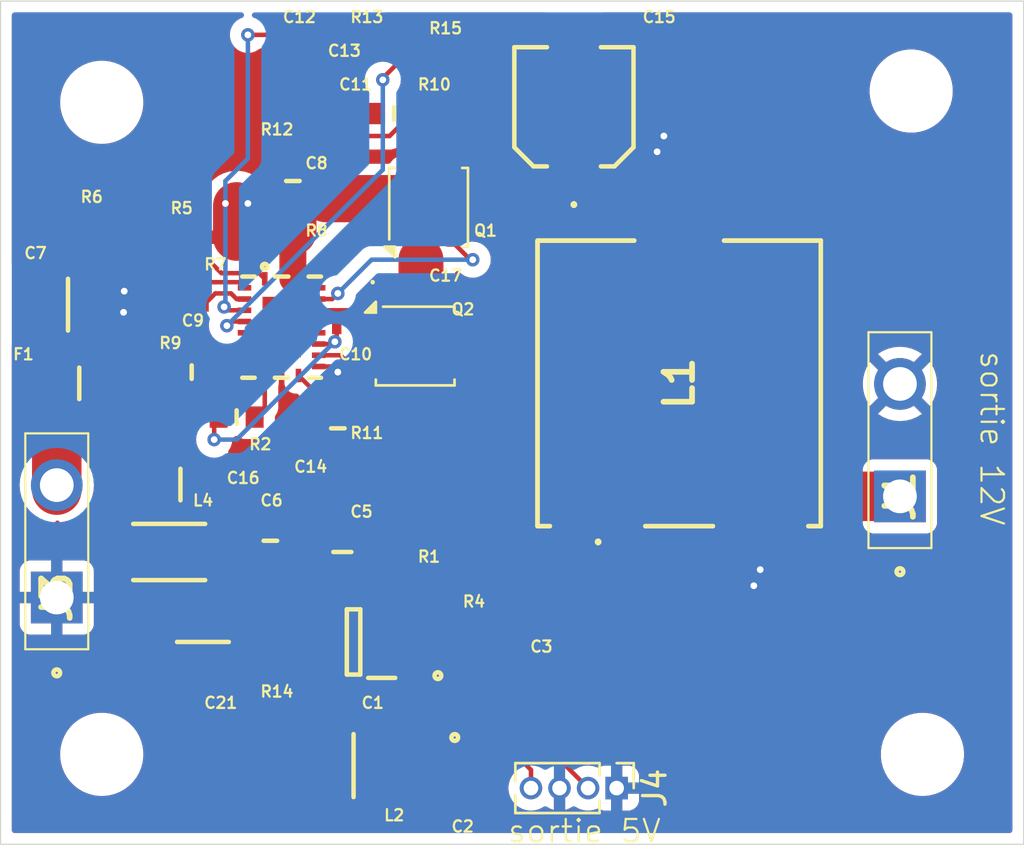
<source format=kicad_pcb>
(kicad_pcb (version 20240108) (generator "pcbnew") (generator_version "8.0")
  (layers (0 "F.Cu" signal) (1 "In1.Cu" signal) (2 "In2.Cu" signal) (31 "B.Cu" signal) (34 "B.Paste" user) (35 "F.Paste" user) (36 "B.SilkS" user "B.Silkscreen") (37 "F.SilkS" user "F.Silkscreen") (38 "B.Mask" user) (39 "F.Mask" user) (44 "Edge.Cuts" user))
  (net 0 "")
  (net 1 "Net-(IC3-EN)")
  (net 2 "GND")
  (net 3 "Net-(IC3-CB)")
  (net 4 "Net-(IC3-SW)")
  (net 5 "Net-(IC3-FB)")
  (net 6 "Net-(IC2-SW)")
  (net 7 "Net-(IC2-HO)")
  (net 8 "Net-(IC2-VIN)")
  (net 9 "Net-(IC2-LO)")
  (net 10 "Net-(IC2-VCC)")
  (net 11 "Net-(IC2-SYNCIN)")
  (net 12 "Net-(IC2-PGOOD)")
  (net 13 "Net-(IC2-BST)")
  (net 14 "Net-(C12-Pad2)")
  (net 15 "Net-(IC2-ILIM)")
  (net 16 "Net-(C11-Pad1)")
  (net 17 "Net-(C21-Pad1)")
  (net 20 "Net-(IC2-RT)")
  (net 21 "Net-(IC2-EN{slash}UVLO)")
  (net 23 "Net-(IC2-SS{slash}TRK)")
  (net 24 "Net-(IC2-COMP)")
  (net 25 "Net-(IC2-FB)")
  (net 26 "Net-(C15-+)")
  (net 28 "Net-(C16-Pad1)")
  (net 29 "Net-(J4-Pin_2)")
  (net 30 "Net-(F1-Pad1)")
  (footprint "converter:SOT95P280X145-6N" (layer "F.Cu") (at 179.7 102.5 180)
    (property "Reference" "IC3" (hide yes))
    (property "Value" "LMR50410YQDBVRQ1" (hide yes))
    (pad "1" smd rect (at -1.25 -0.95 270) (size 0.6 1.2) (layers "F.Cu" "F.Paste" "F.Mask") (net 3 "Net-(IC3-CB)"))
    (pad "2" smd rect (at -1.25 0 270) (size 0.6 1.2) (layers "F.Cu" "F.Paste" "F.Mask") (net 2 "GND"))
    (pad "3" smd rect (at -1.25 0.95 270) (size 0.6 1.2) (layers "F.Cu" "F.Paste" "F.Mask") (net 5 "Net-(IC3-FB)"))
    (pad "4" smd rect (at 1.25 0.95 270) (size 0.6 1.2) (layers "F.Cu" "F.Paste" "F.Mask") (net 1 "Net-(IC3-EN)"))
    (pad "5" smd rect (at 1.25 0 270) (size 0.6 1.2) (layers "F.Cu" "F.Paste" "F.Mask") (net 1 "Net-(IC3-EN)"))
    (pad "6" smd rect (at 1.25 -0.95 270) (size 0.6 1.2) (layers "F.Cu" "F.Paste" "F.Mask") (net 4 "Net-(IC3-SW)"))
  )
  (footprint "12V Power Board composants:RESC1608X50N" (layer "F.Cu") (at 170 83.5 180)
    (property "Reference" "R6" (hide yes))
    (property "Value" "CRCW06038K25FKEA" (hide yes))
    (pad "1" smd rect (at -0.75 0 180) (size 0.85 1) (layers "F.Cu" "F.Paste" "F.Mask") (net 21 "Net-(IC2-EN{slash}UVLO)"))
    (pad "2" smd rect (at 0.75 0 180) (size 0.85 1) (layers "F.Cu" "F.Paste" "F.Mask") (net 2 "GND"))
  )
  (footprint "12V Power Board composants:RESC1005X40N" (layer "F.Cu") (at 182.2 100)
    (property "Reference" "R1" (hide yes))
    (property "Value" "CRCW040222K1FKED" (hide yes))
    (pad "1" smd rect (at -0.55 0 90) (size 0.6 0.75) (layers "F.Cu" "F.Paste" "F.Mask") (net 5 "Net-(IC3-FB)"))
    (pad "2" smd rect (at 0.55 0 90) (size 0.6 0.75) (layers "F.Cu" "F.Paste" "F.Mask") (net 2 "GND"))
  )
  (footprint "12V Power Board composants:RESC1608X55N" (layer "F.Cu") (at 174.5 92.5)
    (property "Reference" "R2" (hide yes))
    (property "Value" "RC0603FR-0720KL" (hide yes))
    (pad "1" smd rect (at -0.8 0) (size 0.8 0.95) (layers "F.Cu" "F.Paste" "F.Mask") (net 10 "Net-(IC2-VCC)"))
    (pad "2" smd rect (at 0.8 0) (size 0.8 0.95) (layers "F.Cu" "F.Paste" "F.Mask") (net 12 "Net-(IC2-PGOOD)"))
  )
  (footprint "12V Power Board composants:RESC1005X40N" (layer "F.Cu") (at 178.3 80 180)
    (property "Reference" "R12" (hide yes))
    (property "Value" "CRCW04022K49FKED" (hide yes))
    (pad "1" smd rect (at -0.55 0 270) (size 0.6 0.75) (layers "F.Cu" "F.Paste" "F.Mask") (net 26 "Net-(C15-+)"))
    (pad "2" smd rect (at 0.55 0 270) (size 0.6 0.75) (layers "F.Cu" "F.Paste" "F.Mask") (net 16 "Net-(C11-Pad1)"))
  )
  (footprint "12V Power Board composants:RESC1005X40N" (layer "F.Cu") (at 183.2 101.5 180)
    (property "Reference" "R4" (hide yes))
    (property "Value" "CRCW040288K7FKED" (hide yes))
    (pad "1" smd rect (at -0.55 0 270) (size 0.6 0.75) (layers "F.Cu" "F.Paste" "F.Mask") (net 29 "Net-(J4-Pin_2)"))
    (pad "2" smd rect (at 0.55 0 270) (size 0.6 0.75) (layers "F.Cu" "F.Paste" "F.Mask") (net 5 "Net-(IC3-FB)"))
  )
  (footprint "12V Power Board composants:RESC1005X40N" (layer "F.Cu") (at 181.05 92)
    (property "Reference" "R11" (hide yes))
    (property "Value" "CRCW04021K24FKED" (hide yes))
    (pad "1" smd rect (at -0.55 0 90) (size 0.6 0.75) (layers "F.Cu" "F.Paste" "F.Mask") (net 15 "Net-(IC2-ILIM)"))
    (pad "2" smd rect (at 0.55 0 90) (size 0.6 0.75) (layers "F.Cu" "F.Paste" "F.Mask") (net 6 "Net-(IC2-SW)"))
  )
  (footprint "12V Power Board composants:CAPC1608X80N" (layer "F.Cu") (at 176 98 90)
    (property "Reference" "C6" (hide yes))
    (property "Value" "C1608X5R1E106M080AC" (hide yes))
    (pad "1" smd rect (at -0.8 0 90) (size 0.54 0.94) (layers "F.Cu" "F.Paste" "F.Mask") (net 1 "Net-(IC3-EN)"))
    (pad "2" smd rect (at 0.8 0 90) (size 0.54 0.94) (layers "F.Cu" "F.Paste" "F.Mask") (net 2 "GND"))
  )
  (footprint "MountingHole:MountingHole_3.2mm_M3" (layer "F.Cu") (at 168.5 107.5)
    (property "Reference" "H3" (hide yes))
    (property "Value" "MountingHole" (hide yes))
    (pad "" np_thru_hole circle (at 0 0) (size 3.2 3.2) (drill 3.2) (layers "*.Cu" "*.Mask"))
  )
  (footprint "12V Power Board composants:FUSC3216X117N" (layer "F.Cu") (at 167.5 91)
    (property "Reference" "F1" (hide yes))
    (property "Value" "SF-1206HH12M-2" (hide yes))
    (pad "1" smd rect (at -1.47 0) (size 1.17 1.82) (layers "F.Cu" "F.Paste" "F.Mask") (net 30 "Net-(F1-Pad1)"))
    (pad "2" smd rect (at 1.47 0) (size 1.17 1.82) (layers "F.Cu" "F.Paste" "F.Mask") (net 28 "Net-(C16-Pad1)"))
  )
  (footprint "12V Power Board composants:1933189" (layer "F.Cu") (at 166.5 100.525 90)
    (property "Reference" "J3" (at 0 0 90) (layer "F.SilkS") (effects (font (size 1.27 1.27) (thickness 0.254))))
    (property "Value" "1933189" (hide yes))
    (pad "1" thru_hole rect (at 0 0 90) (size 2.3 2.3) (drill 1.5) (layers "*.Cu" "*.Mask") (net 2 "GND"))
    (pad "2" thru_hole circle (at 5 0 90) (size 2.3 2.3) (drill 1.5) (layers "*.Cu" "*.Mask") (net 30 "Net-(F1-Pad1)"))
  )
  (footprint "12V Power Board composants:CAPC1005X55N" (layer "F.Cu") (at 178.7 105)
    (property "Reference" "C1" (hide yes))
    (property "Value" "GRM155R71C104KA88D" (hide yes))
    (pad "1" smd rect (at -0.55 0) (size 0.42 0.62) (layers "F.Cu" "F.Paste" "F.Mask") (net 4 "Net-(IC3-SW)"))
    (pad "2" smd rect (at 0.55 0) (size 0.42 0.62) (layers "F.Cu" "F.Paste" "F.Mask") (net 3 "Net-(IC3-CB)"))
  )
  (footprint "12V Power Board composants:CAPC1005X55N" (layer "F.Cu") (at 178.45 77)
    (property "Reference" "C13" (hide yes))
    (property "Value" "CGA2B2X7R1H681K050BA" (hide yes))
    (pad "1" smd rect (at -0.55 0) (size 0.42 0.62) (layers "F.Cu" "F.Paste" "F.Mask") (net 24 "Net-(IC2-COMP)"))
    (pad "2" smd rect (at 0.55 0) (size 0.42 0.62) (layers "F.Cu" "F.Paste" "F.Mask") (net 25 "Net-(IC2-FB)"))
  )
  (footprint "12V Power Board composants:CAPC3216X180N" (layer "F.Cu") (at 172 95.5)
    (property "Reference" "C16" (hide yes))
    (property "Value" "GRM31CR71H475KA12L" (hide yes))
    (pad "1" smd rect (at -1.38 0) (size 1.07 1.82) (layers "F.Cu" "F.Paste" "F.Mask") (net 28 "Net-(C16-Pad1)"))
    (pad "2" smd rect (at 1.38 0) (size 1.07 1.82) (layers "F.Cu" "F.Paste" "F.Mask") (net 2 "GND"))
  )
  (footprint "12V Power Board composants:RESC1005X40N" (layer "F.Cu") (at 179.975 75.5)
    (property "Reference" "R13" (hide yes))
    (property "Value" "CRCW04022K37FKED" (hide yes))
    (pad "1" smd rect (at -0.55 0 90) (size 0.6 0.75) (layers "F.Cu" "F.Paste" "F.Mask") (net 14 "Net-(C12-Pad2)"))
    (pad "2" smd rect (at 0.55 0 90) (size 0.6 0.75) (layers "F.Cu" "F.Paste" "F.Mask") (net 25 "Net-(IC2-FB)"))
  )
  (footprint "12V Power Board composants:INDC3030X200N" (layer "F.Cu") (at 179.7 108)
    (property "Reference" "L2" (hide yes))
    (property "Value" "74438336047" (hide yes))
    (pad "1" smd rect (at -1.1 0) (size 1.75 3.2) (layers "F.Cu" "F.Paste" "F.Mask") (net 4 "Net-(IC3-SW)"))
    (pad "2" smd rect (at 1.1 0) (size 1.75 3.2) (layers "F.Cu" "F.Paste" "F.Mask") (net 29 "Net-(J4-Pin_2)"))
  )
  (footprint "12V Power Board composants:1933189" (layer "F.Cu") (at 204 96.025 90)
    (property "Reference" "J1" (at 0 0 90) (layer "F.SilkS") (effects (font (size 1.27 1.27) (thickness 0.254))))
    (property "Value" "1933189" (hide yes))
    (pad "1" thru_hole rect (at 0 0 90) (size 2.3 2.3) (drill 1.5) (layers "*.Cu" "*.Mask") (net 26 "Net-(C15-+)"))
    (pad "2" thru_hole circle (at 5 0 90) (size 2.3 2.3) (drill 1.5) (layers "*.Cu" "*.Mask") (net 2 "GND"))
  )
  (footprint "12V Power Board composants:CAPC3225X200N" (layer "F.Cu") (at 173 102.5 90)
    (property "Reference" "C21" (hide yes))
    (property "Value" "C3225X7S2A475M200AB" (hide yes))
    (pad "1" smd rect (at -1.6 0 90) (size 0.81 2.82) (layers "F.Cu" "F.Paste" "F.Mask") (net 17 "Net-(C21-Pad1)"))
    (pad "2" smd rect (at 1.6 0 90) (size 0.81 2.82) (layers "F.Cu" "F.Paste" "F.Mask") (net 2 "GND"))
  )
  (footprint "12V Power Board composants:CAPC1005X55N" (layer "F.Cu") (at 179.5 88.5)
    (property "Reference" "C10" (hide yes))
    (property "Value" "C1005X5R1V225K050BC" (hide yes))
    (pad "1" smd rect (at -0.55 0) (size 0.42 0.62) (layers "F.Cu" "F.Paste" "F.Mask") (net 10 "Net-(IC2-VCC)"))
    (pad "2" smd rect (at 0.55 0) (size 0.42 0.62) (layers "F.Cu" "F.Paste" "F.Mask") (net 2 "GND"))
  )
  (footprint "12V Power Board composants:CAPC1608X90N" (layer "F.Cu") (at 177 82 90)
    (property "Reference" "C8" (hide yes))
    (property "Value" "CGA3E2X7R1H104K080AA" (hide yes))
    (pad "1" smd rect (at -0.8 0 90) (size 0.54 0.94) (layers "F.Cu" "F.Paste" "F.Mask") (net 8 "Net-(IC2-VIN)"))
    (pad "2" smd rect (at 0.8 0 90) (size 0.54 0.94) (layers "F.Cu" "F.Paste" "F.Mask") (net 2 "GND"))
  )
  (footprint "12V Power Board composants:RESC1608X55N" (layer "F.Cu") (at 172.5 90.5 180)
    (property "Reference" "R9" (hide yes))
    (property "Value" "RC0603FR-0720KL" (hide yes))
    (pad "1" smd rect (at -0.8 0 180) (size 0.8 0.95) (layers "F.Cu" "F.Paste" "F.Mask") (net 11 "Net-(IC2-SYNCIN)"))
    (pad "2" smd rect (at 0.8 0 180) (size 0.8 0.95) (layers "F.Cu" "F.Paste" "F.Mask") (net 10 "Net-(IC2-VCC)"))
  )
  (footprint "12V Power Board composants:C0805" (layer "F.Cu") (at 184.2 108.5 -90)
    (property "Reference" "C2" (hide yes))
    (property "Value" "C0805C106K8PACTU" (hide yes))
    (pad "1" smd rect (at -0.9 0 270) (size 1.15 1.45) (layers "F.Cu" "F.Paste" "F.Mask") (net 29 "Net-(J4-Pin_2)"))
    (pad "2" smd rect (at 0.9 0 270) (size 1.15 1.45) (layers "F.Cu" "F.Paste" "F.Mask") (net 2 "GND"))
  )
  (footprint "12V Power Board composants:INDPM3225X240N" (layer "F.Cu") (at 171.5 98.5)
    (property "Reference" "L4" (hide yes))
    (property "Value" "NLCV32T-R33M-EFRD" (hide yes))
    (pad "1" smd rect (at -1.5 0) (size 1.4 1.95) (layers "F.Cu" "F.Paste" "F.Mask") (net 28 "Net-(C16-Pad1)"))
    (pad "2" smd rect (at 1.5 0) (size 1.4 1.95) (layers "F.Cu" "F.Paste" "F.Mask") (net 1 "Net-(IC3-EN)"))
  )
  (footprint "MountingHole:MountingHole_3.2mm_M3" (layer "F.Cu") (at 204.5 78)
    (property "Reference" "H2" (hide yes))
    (property "Value" "MountingHole" (hide yes))
    (pad "" np_thru_hole circle (at 0 0) (size 3.2 3.2) (drill 3.2) (layers "*.Cu" "*.Mask"))
  )
  (footprint "Package_SON:VSON-8_3.3x3.3mm_P0.65mm_NexFET" (layer "F.Cu") (at 182.44 89.33)
    (property "Reference" "Q2" (hide yes))
    (property "Value" "CSD17577Q3A" (hide yes))
    (pad "1" smd roundrect (at -1.44 -0.97) (size 0.63 0.5) (layers "F.Cu" "F.Paste" "F.Mask") (net 2 "GND"))
    (pad "2" smd roundrect (at -1.44 -0.33) (size 0.63 0.5) (layers "F.Cu" "F.Paste" "F.Mask") (net 2 "GND"))
    (pad "3" smd roundrect (at -1.44 0.33) (size 0.63 0.5) (layers "F.Cu" "F.Paste" "F.Mask") (net 2 "GND"))
    (pad "4" smd roundrect (at -1.44 0.97) (size 0.63 0.5) (layers "F.Cu" "F.Paste" "F.Mask") (net 9 "Net-(IC2-LO)"))
    (pad "5" smd custom (at 0.385 0) (size 1.9 2.45) (layers "F.Cu" "F.Mask") (net 6 "Net-(IC2-SW)") (options (clearance outline) (anchor rect)) (primitives (gr_poly (pts (xy 1.371 -0.72) (xy 0.95 -0.72) (xy 0.95 -0.58) (xy 1.37 -0.58) (xy 1.37 -0.08) (xy 0.95 -0.08) (xy 0.95 0.08) (xy 1.37 0.08) (xy 1.37 0.58) (xy 0.95 0.58) (xy 0.95 0.72) (xy 1.37 0.72) (xy 1.37 1.225) (xy -0.95 1.225) (xy -0.95 -1.225) (xy 1.371 -1.225)) (width 0) (fill yes))))
  )
  (footprint "12V Power Board composants:C0805" (layer "F.Cu") (at 185.2 104)
    (property "Reference" "C3" (hide yes))
    (property "Value" "C0805C106K8PACTU" (hide yes))
    (pad "1" smd rect (at -0.9 0) (size 1.15 1.45) (layers "F.Cu" "F.Paste" "F.Mask") (net 29 "Net-(J4-Pin_2)"))
    (pad "2" smd rect (at 0.9 0) (size 1.15 1.45) (layers "F.Cu" "F.Paste" "F.Mask") (net 2 "GND"))
  )
  (footprint "12V Power Board composants:16SVF82M" (layer "F.Cu") (at 189.5 78.7 90)
    (property "Reference" "C15" (hide yes))
    (property "Value" "20SVPF56MX" (hide yes))
    (pad "1" smd rect (at -2.2 0 180) (size 1.6 3) (layers "F.Cu" "F.Paste" "F.Mask") (net 26 "Net-(C15-+)"))
    (pad "2" smd rect (at 2.2 0 180) (size 1.6 3) (layers "F.Cu" "F.Paste" "F.Mask") (net 2 "GND"))
  )
  (footprint "12V Power Board composants:RESC1005X40N" (layer "F.Cu") (at 173 84.5 180)
    (property "Reference" "R5" (hide yes))
    (property "Value" "CRCW040269K8FKED" (hide yes))
    (pad "1" smd rect (at -0.55 0 270) (size 0.6 0.75) (layers "F.Cu" "F.Paste" "F.Mask") (net 28 "Net-(C16-Pad1)"))
    (pad "2" smd rect (at 0.55 0 270) (size 0.6 0.75) (layers "F.Cu" "F.Paste" "F.Mask") (net 21 "Net-(IC2-EN{slash}UVLO)"))
  )
  (footprint "12V Power Board composants:GCM155" (layer "F.Cu") (at 181.5 86.5)
    (property "Reference" "C17" (hide yes))
    (property "Value" "GCM1555C1H100FA16D" (hide yes))
    (pad "1" smd rect (at -0.475 0) (size 0.45 0.6) (layers "F.Cu" "F.Paste" "F.Mask") (net 13 "Net-(IC2-BST)"))
    (pad "2" smd rect (at 0.475 0) (size 0.45 0.6) (layers "F.Cu" "F.Paste" "F.Mask") (net 6 "Net-(IC2-SW)"))
  )
  (footprint "Connector_PinHeader_1.27mm:PinHeader_1x04_P1.27mm_Vertical" (layer "F.Cu") (at 191.4 109 -90)
    (property "Reference" "J4" (at 0 -1.695 90) (layer "F.SilkS"))
    (property "Value" "Conn_01x04_Pin" (hide yes))
    (pad "1" thru_hole rect (at 0 0 270) (size 1 1) (drill 0.65) (layers "*.Cu" "*.Mask") (net 2 "GND"))
    (pad "2" thru_hole oval (at 0 1.27 270) (size 1 1) (drill 0.65) (layers "*.Cu" "*.Mask") (net 29 "Net-(J4-Pin_2)"))
    (pad "3" thru_hole oval (at 0 2.54 270) (size 1 1) (drill 0.65) (layers "*.Cu" "*.Mask") (net 2 "GND"))
    (pad "4" thru_hole oval (at 0 3.81 270) (size 1 1) (drill 0.65) (layers "*.Cu" "*.Mask") (net 29 "Net-(J4-Pin_2)"))
  )
  (footprint "12V Power Board composants:GRM18x" (layer "F.Cu") (at 179.2 98.5 90)
    (property "Reference" "C5" (hide yes))
    (property "Value" "GRM188R72A104KA35J" (hide yes))
    (pad "1" smd rect (at -0.675 0 90) (size 0.65 0.7) (layers "F.Cu" "F.Paste" "F.Mask") (net 1 "Net-(IC3-EN)"))
    (pad "2" smd rect (at 0.675 0 90) (size 0.65 0.7) (layers "F.Cu" "F.Paste" "F.Mask") (net 2 "GND"))
  )
  (footprint "12V Power Board composants:RGY0020B" (layer "F.Cu") (at 176.5 88.5)
    (property "Reference" "IC2" (hide yes))
    (property "Value" "LM25145RGYR" (hide yes))
    (pad "1" smd rect (at -0.75 -2.15) (size 0.25 0.6) (layers "F.Cu" "F.Paste" "F.Mask") (net 21 "Net-(IC2-EN{slash}UVLO)"))
    (pad "2" smd rect (at -1.65 -1.75 90) (size 0.25 0.6) (layers "F.Cu" "F.Paste" "F.Mask") (net 20 "Net-(IC2-RT)"))
    (pad "3" smd rect (at -1.65 -1.25 90) (size 0.25 0.6) (layers "F.Cu" "F.Paste" "F.Mask") (net 23 "Net-(IC2-SS{slash}TRK)"))
    (pad "4" smd rect (at -1.65 -0.75 90) (size 0.25 0.6) (layers "F.Cu" "F.Paste" "F.Mask") (net 24 "Net-(IC2-COMP)"))
    (pad "5" smd rect (at -1.65 -0.25 90) (size 0.25 0.6) (layers "F.Cu" "F.Paste" "F.Mask") (net 25 "Net-(IC2-FB)"))
    (pad "6" smd rect (at -1.65 0.25 90) (size 0.25 0.6) (layers "F.Cu" "F.Paste" "F.Mask") (net 2 "GND"))
    (pad "7" smd rect (at -1.65 0.75 90) (size 0.25 0.6) (layers "F.Cu" "F.Paste" "F.Mask"))
    (pad "8" smd rect (at -1.65 1.25 90) (size 0.25 0.6) (layers "F.Cu" "F.Paste" "F.Mask") (net 11 "Net-(IC2-SYNCIN)"))
    (pad "9" smd rect (at -1.65 1.75 90) (size 0.25 0.6) (layers "F.Cu" "F.Paste" "F.Mask"))
    (pad "10" smd rect (at -0.75 2.15) (size 0.25 0.6) (layers "F.Cu" "F.Paste" "F.Mask") (net 12 "Net-(IC2-PGOOD)"))
    (pad "11" smd rect (at 0.75 2.15) (size 0.25 0.6) (layers "F.Cu" "F.Paste" "F.Mask") (net 15 "Net-(IC2-ILIM)"))
    (pad "12" smd rect (at 1.65 1.75 90) (size 0.25 0.6) (layers "F.Cu" "F.Paste" "F.Mask") (net 2 "GND"))
    (pad "13" smd rect (at 1.65 1.25 90) (size 0.25 0.6) (layers "F.Cu" "F.Paste" "F.Mask") (net 9 "Net-(IC2-LO)"))
    (pad "14" smd rect (at 1.65 0.75 90) (size 0.25 0.6) (layers "F.Cu" "F.Paste" "F.Mask") (net 10 "Net-(IC2-VCC)"))
    (pad "15" smd rect (at 1.65 0.25 90) (size 0.25 0.6) (layers "F.Cu" "F.Paste" "F.Mask") (net 2 "GND"))
    (pad "16" smd rect (at 1.65 -0.25 90) (size 0.25 0.6) (layers "F.Cu" "F.Paste" "F.Mask"))
    (pad "17" smd rect (at 1.65 -0.75 90) (size 0.25 0.6) (layers "F.Cu" "F.Paste" "F.Mask") (net 13 "Net-(IC2-BST)"))
    (pad "18" smd rect (at 1.65 -1.25 90) (size 0.25 0.6) (layers "F.Cu" "F.Paste" "F.Mask") (net 7 "Net-(IC2-HO)"))
    (pad "19" smd rect (at 1.65 -1.75 90) (size 0.25 0.6) (layers "F.Cu" "F.Paste" "F.Mask") (net 6 "Net-(IC2-SW)"))
    (pad "20" smd rect (at 0.75 -2.15) (size 0.25 0.6) (layers "F.Cu" "F.Paste" "F.Mask") (net 8 "Net-(IC2-VIN)"))
    (pad "21" smd rect (at 0 0) (size 1.7 2.7) (layers "F.Cu" "F.Paste" "F.Mask") (net 2 "GND"))
  )
  (footprint "12V Power Board composants:CAPC3225X270N" (layer "F.Cu") (at 167 87.5 180)
    (property "Reference" "C7" (hide yes))
    (property "Value" "GRM32ER71H475KA88L" (hide yes))
    (pad "1" smd rect (at -1.33 0 180) (size 1.26 2.72) (layers "F.Cu" "F.Paste" "F.Mask") (net 28 "Net-(C16-Pad1)"))
    (pad "2" smd rect (at 1.33 0 180) (size 1.26 2.72) (layers "F.Cu" "F.Paste" "F.Mask") (net 2 "GND"))
  )
  (footprint "12V Power Board composants:RESC1005X40N" (layer "F.Cu") (at 176.2 103 -90)
    (property "Reference" "R14" (hide yes))
    (property "Value" "CRCW04021R00FKED" (hide yes))
    (pad "1" smd rect (at -0.55 0) (size 0.6 0.75) (layers "F.Cu" "F.Paste" "F.Mask") (net 1 "Net-(IC3-EN)"))
    (pad "2" smd rect (at 0.55 0) (size 0.6 0.75) (layers "F.Cu" "F.Paste" "F.Mask") (net 17 "Net-(C21-Pad1)"))
  )
  (footprint "12V Power Board composants:CAPC1005X55N" (layer "F.Cu") (at 178.3 78.5)
    (property "Reference" "C11" (hide yes))
    (property "Value" "CGA2B2X7R1H681K050BA" (hide yes))
    (pad "1" smd rect (at -0.55 0) (size 0.42 0.62) (layers "F.Cu" "F.Paste" "F.Mask") (net 16 "Net-(C11-Pad1)"))
    (pad "2" smd rect (at 0.55 0) (size 0.42 0.62) (layers "F.Cu" "F.Paste" "F.Mask") (net 25 "Net-(IC2-FB)"))
  )
  (footprint "12V Power Board composants:RESC1608X55N" (layer "F.Cu") (at 181.5 79 180)
    (property "Reference" "R10" (hide yes))
    (property "Value" "RC0603FR-0718KL" (hide yes))
    (pad "1" smd rect (at -0.8 0 180) (size 0.8 0.95) (layers "F.Cu" "F.Paste" "F.Mask") (net 26 "Net-(C15-+)"))
    (pad "2" smd rect (at 0.8 0 180) (size 0.8 0.95) (layers "F.Cu" "F.Paste" "F.Mask") (net 25 "Net-(IC2-FB)"))
  )
  (footprint "12V Power Board composants:CAPC1005X55N" (layer "F.Cu") (at 172.5 87.5 180)
    (property "Reference" "C9" (hide yes))
    (property "Value" "GRM155R71C563KA88D" (hide yes))
    (pad "1" smd rect (at -0.55 0 180) (size 0.42 0.62) (layers "F.Cu" "F.Paste" "F.Mask") (net 23 "Net-(IC2-SS{slash}TRK)"))
    (pad "2" smd rect (at 0.55 0 180) (size 0.42 0.62) (layers "F.Cu" "F.Paste" "F.Mask") (net 2 "GND"))
  )
  (footprint "12V Power Board composants:RESC1005X40N" (layer "F.Cu") (at 171.5 86 180)
    (property "Reference" "R7" (hide yes))
    (property "Value" "CRCW040239K2FKED" (hide yes))
    (pad "1" smd rect (at -0.55 0 270) (size 0.6 0.75) (layers "F.Cu" "F.Paste" "F.Mask") (net 20 "Net-(IC2-RT)"))
    (pad "2" smd rect (at 0.55 0 270) (size 0.6 0.75) (layers "F.Cu" "F.Paste" "F.Mask") (net 2 "GND"))
  )
  (footprint "12V Power Board composants:RESC1608X50N" (layer "F.Cu") (at 176 84.5)
    (property "Reference" "R8" (hide yes))
    (property "Value" "CRCW06032R10FKEA" (hide yes))
    (pad "1" smd rect (at -0.75 0) (size 0.85 1) (layers "F.Cu" "F.Paste" "F.Mask") (net 28 "Net-(C16-Pad1)"))
    (pad "2" smd rect (at 0.75 0) (size 0.85 1) (layers "F.Cu" "F.Paste" "F.Mask") (net 8 "Net-(IC2-VIN)"))
  )
  (footprint "MountingHole:MountingHole_3.2mm_M3" (layer "F.Cu") (at 168.5 78.5)
    (property "Reference" "H1" (hide yes))
    (property "Value" "MountingHole" (hide yes))
    (pad "" np_thru_hole circle (at 0 0) (size 3.2 3.2) (drill 3.2) (layers "*.Cu" "*.Mask"))
  )
  (footprint "12V Power Board composants:RESC1005X40N" (layer "F.Cu") (at 182.975 76)
    (property "Reference" "R15" (hide yes))
    (property "Value" "CRCW04021K27FKED" (hide yes))
    (pad "1" smd rect (at -0.55 0 90) (size 0.6 0.75) (layers "F.Cu" "F.Paste" "F.Mask") (net 25 "Net-(IC2-FB)"))
    (pad "2" smd rect (at 0.55 0 90) (size 0.6 0.75) (layers "F.Cu" "F.Paste" "F.Mask") (net 2 "GND"))
  )
  (footprint "Package_SON:VSON-8_3.3x3.3mm_P0.65mm_NexFET" (layer "F.Cu") (at 183.0275 83.17 90)
    (property "Reference" "Q1" (hide yes))
    (property "Value" "CSD17577Q3A" (hide yes))
    (pad "1" smd roundrect (at -1.44 -0.97 90) (size 0.63 0.5) (layers "F.Cu" "F.Paste" "F.Mask") (net 6 "Net-(IC2-SW)"))
    (pad "2" smd roundrect (at -1.44 -0.33 90) (size 0.63 0.5) (layers "F.Cu" "F.Paste" "F.Mask") (net 6 "Net-(IC2-SW)"))
    (pad "3" smd roundrect (at -1.44 0.33 90) (size 0.63 0.5) (layers "F.Cu" "F.Paste" "F.Mask") (net 6 "Net-(IC2-SW)"))
    (pad "4" smd roundrect (at -1.44 0.97 90) (size 0.63 0.5) (layers "F.Cu" "F.Paste" "F.Mask") (net 7 "Net-(IC2-HO)"))
    (pad "5" smd custom (at 0.385 0 90) (size 1.9 2.45) (layers "F.Cu" "F.Mask") (net 8 "Net-(IC2-VIN)") (options (clearance outline) (anchor rect)) (primitives (gr_poly (pts (xy 1.371 -0.72) (xy 0.95 -0.72) (xy 0.95 -0.58) (xy 1.37 -0.58) (xy 1.37 -0.08) (xy 0.95 -0.08) (xy 0.95 0.08) (xy 1.37 0.08) (xy 1.37 0.58) (xy 0.95 0.58) (xy 0.95 0.72) (xy 1.37 0.72) (xy 1.37 1.225) (xy -0.95 1.225) (xy -0.95 -1.225) (xy 1.371 -1.225)) (width 0) (fill yes))))
  )
  (footprint "MountingHole:MountingHole_3.2mm_M3" (layer "F.Cu") (at 205 107.5)
    (property "Reference" "H4" (hide yes))
    (property "Value" "MountingHole" (hide yes))
    (pad "" np_thru_hole circle (at 0 0) (size 3.2 3.2) (drill 3.2) (layers "*.Cu" "*.Mask"))
  )
  (footprint "12V Power Board composants:CAPC1608X90N" (layer "F.Cu") (at 179 93 -90)
    (property "Reference" "C14" (hide yes))
    (property "Value" "GRM1885C2A100JA01D" (hide yes))
    (pad "1" smd rect (at -0.8 0 270) (size 0.54 0.94) (layers "F.Cu" "F.Paste" "F.Mask") (net 15 "Net-(IC2-ILIM)"))
    (pad "2" smd rect (at 0.8 0 270) (size 0.54 0.94) (layers "F.Cu" "F.Paste" "F.Mask") (net 2 "GND"))
  )
  (footprint "12V Power Board composants:SER1360272KLD" (layer "F.Cu") (at 194.18 91 90)
    (property "Reference" "L1" (at 0 0 90) (layer "F.SilkS") (effects (font (size 1.27 1.27) (thickness 0.254))))
    (property "Value" "SER1360-272KLD" (hide yes))
    (pad "1" smd rect (at -5.32 -3.605 90) (size 2.26 3.07) (layers "F.Cu" "F.Paste" "F.Mask") (net 6 "Net-(IC2-SW)"))
    (pad "2" smd rect (at -5.32 3.605 90) (size 2.26 3.07) (layers "F.Cu" "F.Paste" "F.Mask") (net 26 "Net-(C15-+)"))
    (pad "3" smd rect (at 5.32 0 90) (size 2.26 2.77) (layers "F.Cu" "F.Paste" "F.Mask"))
  )
  (footprint "12V Power Board composants:CAPC1005X55N" (layer "F.Cu") (at 176.9 75.5)
    (property "Reference" "C12" (hide yes))
    (property "Value" "GRM155R71C822KA01D" (hide yes))
    (pad "1" smd rect (at -0.55 0) (size 0.42 0.62) (layers "F.Cu" "F.Paste" "F.Mask") (net 24 "Net-(IC2-COMP)"))
    (pad "2" smd rect (at 0.55 0) (size 0.42 0.62) (layers "F.Cu" "F.Paste" "F.Mask") (net 14 "Net-(C12-Pad2)"))
  )
  (gr_line (start 166.5 91.25) (end 166.5 95.75) (stroke (width 2.2)) (layer "F.Cu") (net 30))
  (gr_rect (start 164 74) (end 209.5 111.5) (stroke (width 0.05)) (fill none) (layer "Edge.Cuts"))
  (gr_text "R6" (at 167.5 83 0) (layer "F.SilkS") (effects (font (size 0.5 0.5) (thickness 0.1)) (justify left bottom)))
  (gr_text "C12" (at 176.5 75 0) (layer "F.SilkS") (effects (font (size 0.5 0.5) (thickness 0.1)) (justify left bottom)))
  (gr_text "R14" (at 175.5 105 0) (layer "F.SilkS") (effects (font (size 0.5 0.5) (thickness 0.1)) (justify left bottom)))
  (gr_text "R2" (at 175 94 0) (layer "F.SilkS") (effects (font (size 0.5 0.5) (thickness 0.1)) (justify left bottom)))
  (gr_text "C17" (at 183 86.5 0) (layer "F.SilkS") (effects (font (size 0.5 0.5) (thickness 0.1)) (justify left bottom)))
  (gr_text "C3" (at 187.5 103 0) (layer "F.SilkS") (effects (font (size 0.5 0.5) (thickness 0.1)) (justify left bottom)))
  (gr_text "F1" (at 164.5 90 0) (layer "F.SilkS") (effects (font (size 0.5 0.5) (thickness 0.1)) (justify left bottom)))
  (gr_text "R13" (at 179.5 75 0) (layer "F.SilkS") (effects (font (size 0.5 0.5) (thickness 0.1)) (justify left bottom)))
  (gr_text "R8" (at 177.5 84.5 0) (layer "F.SilkS") (effects (font (size 0.5 0.5) (thickness 0.1)) (justify left bottom)))
  (gr_text "C11" (at 179 78 0) (layer "F.SilkS") (effects (font (size 0.5 0.5) (thickness 0.1)) (justify left bottom)))
  (gr_text "C13" (at 178.5 76.5 0) (layer "F.SilkS") (effects (font (size 0.5 0.5) (thickness 0.1)) (justify left bottom)))
  (gr_text "C21" (at 173 105.5 0) (layer "F.SilkS") (effects (font (size 0.5 0.5) (thickness 0.1)) (justify left bottom)))
  (gr_text "R11" (at 179.5 93.5 0) (layer "F.SilkS") (effects (font (size 0.5 0.5) (thickness 0.1)) (justify left bottom)))
  (gr_text "sortie 12V" (at 207.5 89.5 -90) (layer "F.SilkS") (effects (font (size 1 1) (thickness 0.1)) (justify left bottom)))
  (gr_text "sortie 5V" (at 186.5 111.5 0) (layer "F.SilkS") (effects (font (size 1 1) (thickness 0.1)) (justify left bottom)))
  (gr_text "Q1" (at 185 84.5 0) (layer "F.SilkS") (effects (font (size 0.5 0.5) (thickness 0.1)) (justify left bottom)))
  (gr_text "C10" (at 179 90 0) (layer "F.SilkS") (effects (font (size 0.5 0.5) (thickness 0.1)) (justify left bottom)))
  (gr_text "C2" (at 184 111 0) (layer "F.SilkS") (effects (font (size 0.5 0.5) (thickness 0.1)) (justify left bottom)))
  (gr_text "R7" (at 173 86 0) (layer "F.SilkS") (effects (font (size 0.5 0.5) (thickness 0.1)) (justify left bottom)))
  (gr_text "C14" (at 177 95 0) (layer "F.SilkS") (effects (font (size 0.5 0.5) (thickness 0.1)) (justify left bottom)))
  (gr_text "C6" (at 175.5 96.5 0) (layer "F.SilkS") (effects (font (size 0.5 0.5) (thickness 0.1)) (justify left bottom)))
  (gr_text "C8" (at 177.5 81.5 0) (layer "F.SilkS") (effects (font (size 0.5 0.5) (thickness 0.1)) (justify left bottom)))
  (gr_text "R15" (at 183 75.5 0) (layer "F.SilkS") (effects (font (size 0.5 0.5) (thickness 0.1)) (justify left bottom)))
  (gr_text "C15" (at 192.5 75 0) (layer "F.SilkS") (effects (font (size 0.5 0.5) (thickness 0.1)) (justify left bottom)))
  (gr_text "C7" (at 165 85.5 0) (layer "F.SilkS") (effects (font (size 0.5 0.5) (thickness 0.1)) (justify left bottom)))
  (gr_text "Q2" (at 184 88 0) (layer "F.SilkS") (effects (font (size 0.5 0.5) (thickness 0.1)) (justify left bottom)))
  (gr_text "R1" (at 182.5 99 0) (layer "F.SilkS") (effects (font (size 0.5 0.5) (thickness 0.1)) (justify left bottom)))
  (gr_text "C1" (at 180 105.5 0) (layer "F.SilkS") (effects (font (size 0.5 0.5) (thickness 0.1)) (justify left bottom)))
  (gr_text "L2" (at 181 110.5 0) (layer "F.SilkS") (effects (font (size 0.5 0.5) (thickness 0.1)) (justify left bottom)))
  (gr_text "L4" (at 172.5 96.5 0) (layer "F.SilkS") (effects (font (size 0.5 0.5) (thickness 0.1)) (justify left bottom)))
  (gr_text "R9" (at 171 89.5 0) (layer "F.SilkS") (effects (font (size 0.5 0.5) (thickness 0.1)) (justify left bottom)))
  (gr_text "C9" (at 172 88.5 0) (layer "F.SilkS") (effects (font (size 0.5 0.5) (thickness 0.1)) (justify left bottom)))
  (gr_text "R10" (at 182.5 78 0) (layer "F.SilkS") (effects (font (size 0.5 0.5) (thickness 0.1)) (justify left bottom)))
  (gr_text "C16" (at 174 95.5 0) (layer "F.SilkS") (effects (font (size 0.5 0.5) (thickness 0.1)) (justify left bottom)))
  (gr_text "C5" (at 179.5 97 0) (layer "F.SilkS") (effects (font (size 0.5 0.5) (thickness 0.1)) (justify left bottom)))
  (gr_text "R12" (at 175.5 80 0) (layer "F.SilkS") (effects (font (size 0.5 0.5) (thickness 0.1)) (justify left bottom)))
  (gr_text "R4" (at 184.5 101 0) (layer "F.SilkS") (effects (font (size 0.5 0.5) (thickness 0.1)) (justify left bottom)))
  (gr_text "R5" (at 171.5 83.5 0) (layer "F.SilkS") (effects (font (size 0.5 0.5) (thickness 0.1)) (justify left bottom)))
  (segment (start 178.45 101.55) (end 178.45 102.5) (width 0.2) (layer "F.Cu") (net 1))
  (segment (start 176.2 102.45) (end 178.4 102.45) (width 0.2) (layer "F.Cu") (net 1))
  (segment (start 173 98) (end 175.2 98) (width 0.2) (layer "F.Cu") (net 1))
  (segment (start 179.2 99.175) (end 179.2 99.8) (width 0.2) (layer "F.Cu") (net 1))
  (segment (start 176 98.8) (end 176.8 98.8) (width 0.2) (layer "F.Cu") (net 1))
  (segment (start 175.2 98) (end 176 98.8) (width 0.2) (layer "F.Cu") (net 1))
  (segment (start 178.45 100.55) (end 178.45 101.55) (width 0.2) (layer "F.Cu") (net 1))
  (segment (start 176.8 98.8) (end 177.175 99.175) (width 0.2) (layer "F.Cu") (net 1))
  (segment (start 178.4 102.45) (end 178.45 102.5) (width 0.2) (layer "F.Cu") (net 1))
  (segment (start 179.2 99.8) (end 178.45 100.55) (width 0.2) (layer "F.Cu") (net 1))
  (segment (start 177.175 99.175) (end 179.2 99.175) (width 0.2) (layer "F.Cu") (net 1))
  (segment (start 178.15 90.25) (end 178.75 90.25) (width 0.2) (layer "F.Cu") (net 2))
  (segment (start 176.5 91.3) (end 179 93.8) (width 0.2) (layer "F.Cu") (net 2))
  (segment (start 189 110.5) (end 191.5 110.5) (width 0.2) (layer "F.Cu") (net 2))
  (segment (start 176.25 88.75) (end 176.5 88.5) (width 0.2) (layer "F.Cu") (net 2))
  (segment (start 188.86 109) (end 188.86 110.36) (width 0.2) (layer "F.Cu") (net 2))
  (segment (start 188.86 110.36) (end 189 110.5) (width 0.2) (layer "F.Cu") (net 2))
  (segment (start 174.85 88.75) (end 176.25 88.75) (width 0.2) (layer "F.Cu") (net 2))
  (segment (start 178.75 90.25) (end 179 90.5) (width 0.2) (layer "F.Cu") (net 2))
  (segment (start 191.5 110.5) (end 191.4 110.4) (width 0.2) (layer "F.Cu") (net 2))
  (segment (start 176.5 88.5) (end 176.5 91.3) (width 0.2) (layer "F.Cu") (net 2))
  (segment (start 181 89) (end 181 89.66) (width 0.2) (layer "F.Cu") (net 2))
  (segment (start 191.4 110.4) (end 191.4 109) (width 0.2) (layer "F.Cu") (net 2))
  (segment (start 176.75 88.75) (end 176.5 88.5) (width 0.2) (layer "F.Cu") (net 2))
  (segment (start 178.15 88.75) (end 176.75 88.75) (width 0.2) (layer "F.Cu") (net 2))
  (via (at 179 90.5) (size 0.6) (drill 0.3) (layers "F.Cu" "B.Cu") (net 2))
  (segment (start 179.25 105) (end 179.4 105) (width 0.2) (layer "F.Cu") (net 3))
  (segment (start 179.4 105) (end 180.95 103.45) (width 0.2) (layer "F.Cu") (net 3))
  (segment (start 178.6 108) (end 178.6 105.45) (width 0.2) (layer "F.Cu") (net 4))
  (segment (start 178.6 105.45) (end 178.15 105) (width 0.2) (layer "F.Cu") (net 4))
  (segment (start 178.45 104.7) (end 178.15 105) (width 0.2) (layer "F.Cu") (net 4))
  (segment (start 178.45 103.45) (end 178.45 104.7) (width 0.2) (layer "F.Cu") (net 4))
  (segment (start 182.6 101.55) (end 182.65 101.5) (width 0.2) (layer "F.Cu") (net 5))
  (segment (start 181.65 100) (end 181.65 100.85) (width 0.2) (layer "F.Cu") (net 5))
  (segment (start 181.65 100.85) (end 180.95 101.55) (width 0.2) (layer "F.Cu") (net 5))
  (segment (start 180.95 101.55) (end 182.6 101.55) (width 0.2) (layer "F.Cu") (net 5))
  (segment (start 182.6975 85.5) (end 182.6975 88.4575) (width 2) (layer "F.Cu") (net 6))
  (segment (start 178.15 86.75) (end 178.15 85.69) (width 0.2) (layer "F.Cu") (net 6))
  (segment (start 183.325 91.675) (end 183.325 89.33) (width 2) (layer "F.Cu") (net 6))
  (segment (start 181.975 84.745) (end 182.11 84.61) (width 0.2) (layer "F.Cu") (net 6))
  (segment (start 182.11 89.115) (end 182.325 89.33) (width 0.2) (layer "F.Cu") (net 6))
  (segment (start 183.585 89.33) (end 190.575 96.32) (width 2) (layer "F.Cu") (net 6))
  (segment (start 181.6 92) (end 183 92) (width 1) (layer "F.Cu") (net 6))
  (segment (start 182.6975 88.4575) (end 181.825 89.33) (width 0.2) (layer "F.Cu") (net 6))
  (segment (start 183.325 89.33) (end 183.585 89.33) (width 0.2) (layer "F.Cu") (net 6))
  (segment (start 183 92) (end 183.325 91.675) (width 1) (layer "F.Cu") (net 6))
  (segment (start 179.23 84.61) (end 181.47 84.61) (width 0.2) (layer "F.Cu") (net 6))
  (segment (start 181.47 84.61) (end 182.77 84.61) (width 0.2) (layer "F.Cu") (net 6))
  (segment (start 178.15 85.69) (end 179.23 84.61) (width 0.2) (layer "F.Cu") (net 6))
  (segment (start 183.5 84.7) (end 183.41 84.61) (width 0.2) (layer "F.Cu") (net 6))
  (segment (start 184.8875 85.5) (end 183.9975 84.61) (width 0.2) (layer "F.Cu") (net 7))
  (segment (start 178.15 87.25) (end 178.75 87.25) (width 0.2) (layer "F.Cu") (net 7))
  (segment (start 185 85.5) (end 184.8875 85.5) (width 0.2) (layer "F.Cu") (net 7))
  (segment (start 178.75 87.25) (end 179 87) (width 0.2) (layer "F.Cu") (net 7))
  (via (at 179 87) (size 0.6) (drill 0.3) (layers "F.Cu" "B.Cu") (net 7))
  (via (at 185 85.5) (size 0.6) (drill 0.3) (layers "F.Cu" "B.Cu") (net 7))
  (segment (start 180.5 85.5) (end 179 87) (width 0.2) (layer "B.Cu") (net 7))
  (segment (start 185 85.5) (end 180.5 85.5) (width 0.2) (layer "B.Cu") (net 7))
  (segment (start 177 84.75) (end 177 86.35) (width 1.2) (layer "F.Cu") (net 8))
  (segment (start 177 84.25) (end 176.75 84.5) (width 0.2) (layer "F.Cu") (net 8))
  (segment (start 176.75 84.5) (end 177 84.75) (width 1) (layer "F.Cu") (net 8))
  (segment (start 182.44 82.785) (end 178.465 82.785) (width 2.1) (layer "F.Cu") (net 8))
  (segment (start 177 83.3) (end 177 84.25) (width 2.1) (layer "F.Cu") (net 8))
  (segment (start 178.465 82.785) (end 176.75 84.5) (width 0.2) (layer "F.Cu") (net 8))
  (segment (start 179.666111 90.3) (end 179.116111 89.75) (width 0.2) (layer "F.Cu") (net 9))
  (segment (start 179.116111 89.75) (end 178.15 89.75) (width 0.2) (layer "F.Cu") (net 9))
  (segment (start 181 90.3) (end 179.666111 90.3) (width 0.2) (layer "F.Cu") (net 9))
  (segment (start 172.5 92.5) (end 173.7 92.5) (width 0.2) (layer "F.Cu") (net 10))
  (segment (start 178.767582 89.25) (end 178.15 89.25) (width 0.2) (layer "F.Cu") (net 10))
  (segment (start 178.95 89.067582) (end 178.867582 89.15) (width 0.2) (layer "F.Cu") (net 10))
  (segment (start 178.95 88.5) (end 178.95 89.067582) (width 0.2) (layer "F.Cu") (net 10))
  (segment (start 171.7 90.5) (end 171.7 91.7) (width 0.2) (layer "F.Cu") (net 10))
  (segment (start 178.867582 89.15) (end 178.767582 89.25) (width 0.2) (layer "F.Cu") (net 10))
  (segment (start 173.5 92.7) (end 173.7 92.5) (width 0.2) (layer "F.Cu") (net 10))
  (segment (start 171.7 91.7) (end 172.5 92.5) (width 0.2) (layer "F.Cu") (net 10))
  (segment (start 173.5 93.5) (end 173.5 92.7) (width 0.2) (layer "F.Cu") (net 10))
  (segment (start 173.7 92.5) (end 173.55 92.5) (width 0.2) (layer "F.Cu") (net 10))
  (via (at 178.867582 89.15) (size 0.6) (drill 0.3) (layers "F.Cu" "B.Cu") (net 10))
  (via (at 173.5 93.5) (size 0.6) (drill 0.3) (layers "F.Cu" "B.Cu") (net 10))
  (segment (start 174.5 93.5) (end 173.5 93.5) (width 0.2) (layer "B.Cu") (net 10))
  (segment (start 176.5 91.5) (end 174.5 93.5) (width 0.2) (layer "B.Cu") (net 10))
  (segment (start 178.85 89.15) (end 176.5 91.5) (width 0.2) (layer "B.Cu") (net 10))
  (segment (start 178.867582 89.15) (end 178.85 89.15) (width 0.2) (layer "B.Cu") (net 10))
  (segment (start 173.3 90.5) (end 174.05 89.75) (width 0.2) (layer "F.Cu") (net 11))
  (segment (start 174.05 89.75) (end 174.85 89.75) (width 0.2) (layer "F.Cu") (net 11))
  (segment (start 175.75 92.05) (end 175.3 92.5) (width 0.2) (layer "F.Cu") (net 12))
  (segment (start 175.75 90.65) (end 175.75 92.05) (width 0.2) (layer "F.Cu") (net 12))
  (segment (start 179.775 87.75) (end 181.025 86.5) (width 0.2) (layer "F.Cu") (net 13))
  (segment (start 178.15 87.75) (end 179.775 87.75) (width 0.2) (layer "F.Cu") (net 13))
  (segment (start 177.45 75.5) (end 179.4 75.5) (width 0.2) (layer "F.Cu") (net 14))
  (segment (start 177.25 90.65) (end 178.8 92.2) (width 0.2) (layer "F.Cu") (net 15))
  (segment (start 178.8 92.2) (end 179 92.2) (width 0.2) (layer "F.Cu") (net 15))
  (segment (start 179 92.2) (end 180.3 92.2) (width 0.2) (layer "F.Cu") (net 15))
  (segment (start 180.3 92.2) (end 180.5 92) (width 0.2) (layer "F.Cu") (net 15))
  (segment (start 177.75 78.5) (end 177.75 80) (width 0.2) (layer "F.Cu") (net 16))
  (segment (start 173.55 103.55) (end 173 104.1) (width 0.2) (layer "F.Cu") (net 17))
  (segment (start 176.2 103.55) (end 173.55 103.55) (width 0.2) (layer "F.Cu") (net 17))
  (segment (start 176.2 103.55) (end 176.2 103.5) (width 0.2) (layer "F.Cu") (net 17))
  (segment (start 172.55 86) (end 173.05 86.5) (width 0.2) (layer "F.Cu") (net 20))
  (segment (start 172.05 86) (end 172.55 86) (width 0.2) (layer "F.Cu") (net 20))
  (segment (start 174.6 86.5) (end 174.85 86.75) (width 0.2) (layer "F.Cu") (net 20))
  (segment (start 173.05 86.5) (end 174.6 86.5) (width 0.2) (layer "F.Cu") (net 20))
  (segment (start 172.45 84.5) (end 172.45 84.725) (width 0.2) (layer "F.Cu") (net 21))
  (segment (start 171.45 83.5) (end 172.45 84.5) (width 0.2) (layer "F.Cu") (net 21))
  (segment (start 175.5 86.1) (end 175.75 86.35) (width 0.2) (layer "F.Cu") (net 21))
  (segment (start 170.75 83.5) (end 171.45 83.5) (width 0.2) (layer "F.Cu") (net 21))
  (segment (start 173.825 86.1) (end 175.5 86.1) (width 0.2) (layer "F.Cu") (net 21))
  (segment (start 172.45 84.725) (end 173.825 86.1) (width 0.2) (layer "F.Cu") (net 21))
  (segment (start 173.55 87) (end 174.25 87) (width 0.2) (layer "F.Cu") (net 23))
  (segment (start 174.25 87) (end 174.5 87.25) (width 0.2) (layer "F.Cu") (net 23))
  (segment (start 174.5 87.25) (end 174.85 87.25) (width 0.2) (layer "F.Cu") (net 23))
  (segment (start 173.05 87.5) (end 173.55 87) (width 0.2) (layer "F.Cu") (net 23))
  (segment (start 176.35 76.4) (end 176.95 77) (width 0.2) (layer "F.Cu") (net 24))
  (segment (start 176.95 77) (end 177.9 77) (width 0.2) (layer "F.Cu") (net 24))
  (segment (start 173.941571 87.6) (end 174.091571 87.75) (width 0.2) (layer "F.Cu") (net 24))
  (segment (start 174.091571 87.75) (end 174.85 87.75) (width 0.2) (layer "F.Cu") (net 24))
  (segment (start 176.35 75.5) (end 176.35 76.4) (width 0.2) (layer "F.Cu") (net 24))
  (segment (start 175 75.5) (end 176.35 75.5) (width 0.2) (layer "F.Cu") (net 24))
  (via (at 175 75.5) (size 0.6) (drill 0.3) (layers "F.Cu" "B.Cu") (net 24))
  (via (at 173.941571 87.6) (size 0.6) (drill 0.3) (layers "F.Cu" "B.Cu") (net 24))
  (segment (start 175 81) (end 175 75.5) (width 0.2) (layer "B.Cu") (net 24))
  (segment (start 174 82) (end 175 81) (width 0.2) (layer "B.Cu") (net 24))
  (segment (start 173.941571 87.6) (end 174 87.541571) (width 0.2) (layer "B.Cu") (net 24))
  (segment (start 174 87.541571) (end 174 82) (width 0.2) (layer "B.Cu") (net 24))
  (segment (start 174.85 88.25) (end 174.25 88.25) (width 0.2) (layer "F.Cu") (net 25))
  (segment (start 182.425 75.5) (end 182.425 76) (width 0.2) (layer "F.Cu") (net 25))
  (segment (start 178.85 77.15) (end 179 77) (width 0.2) (layer "F.Cu") (net 25))
  (segment (start 179.95 77) (end 179 77) (width 0.2) (layer "F.Cu") (net 25))
  (segment (start 174.25 88.25) (end 174.065687 88.434313) (width 0.2) (layer "F.Cu") (net 25))
  (segment (start 181 77.425) (end 182.425 76) (width 0.2) (layer "F.Cu") (net 25))
  (segment (start 181 77.5) (end 181 77.425) (width 0.2) (layer "F.Cu") (net 25))
  (segment (start 178.85 78.5) (end 180.2 78.5) (width 0.2) (layer "F.Cu") (net 25))
  (segment (start 180.5 76.45) (end 179.95 77) (width 0.2) (layer "F.Cu") (net 25))
  (segment (start 180.2 78.5) (end 180.417157 78.717157) (width 0.2) (layer "F.Cu") (net 25))
  (segment (start 180.525 75.5) (end 182.425 75.5) (width 0.2) (layer "F.Cu") (net 25))
  (segment (start 178.85 78.5) (end 178.85 77.15) (width 0.2) (layer "F.Cu") (net 25))
  (segment (start 180.5 75.5) (end 180.5 76.45) (width 0.2) (layer "F.Cu") (net 25))
  (via (at 174.065687 88.434313) (size 0.6) (drill 0.3) (layers "F.Cu" "B.Cu") (net 25))
  (via (at 181 77.5) (size 0.6) (drill 0.3) (layers "F.Cu" "B.Cu") (net 25))
  (segment (start 181 81.5) (end 181 77.5) (width 0.2) (layer "B.Cu") (net 25))
  (segment (start 174.065687 88.434313) (end 181 81.5) (width 0.2) (layer "B.Cu") (net 25))
  (segment (start 183 79) (end 184.7 80.7) (width 0.2) (layer "F.Cu") (net 26))
  (segment (start 178.85 80) (end 181.3 80) (width 0.2) (layer "F.Cu") (net 26))
  (segment (start 182.3 79) (end 183 79) (width 0.2) (layer "F.Cu") (net 26))
  (segment (start 184.7 80.7) (end 189.5 80.7) (width 0.2) (layer "F.Cu") (net 26))
  (segment (start 197.785 99.285) (end 197.785 96.32) (width 2.2) (layer "F.Cu") (net 26))
  (segment (start 197.785 99.715) (end 197.785 96.32) (width 0.2) (layer "F.Cu") (net 26))
  (segment (start 197.5 100) (end 197.785 99.715) (width 0.2) (layer "F.Cu") (net 26))
  (segment (start 181.3 80) (end 182.3 79) (width 0.2) (layer "F.Cu") (net 26))
  (segment (start 198.08 96.025) (end 204 96.025) (width 2.2) (layer "F.Cu") (net 26))
  (segment (start 189.5 80.7) (end 193.2 80.7) (width 2.2) (layer "F.Cu") (net 26))
  (via micro (at 193.5 80) (size 0.6) (drill 0.3) (layers "F.Cu" "In2.Cu") (net 26))
  (via micro (at 197.785 99.285) (size 0.6) (drill 0.3) (layers "F.Cu" "In2.Cu") (net 26))
  (via micro (at 197.5 100) (size 0.6) (drill 0.3) (layers "F.Cu" "In2.Cu") (net 26))
  (via micro (at 193.2 80.7) (size 0.6) (drill 0.3) (layers "F.Cu" "In2.Cu") (net 26))
  (segment (start 170 98) (end 169.47 97.47) (width 0.2) (layer "F.Cu") (net 28))
  (segment (start 168.9 87.1) (end 169 87) (width 2.2) (layer "F.Cu") (net 28))
  (segment (start 170 99) (end 169.88 99.12) (width 0.2) (layer "F.Cu") (net 28))
  (segment (start 173.55 84.05) (end 173.55 84.5) (width 0.2) (layer "F.Cu") (net 28))
  (segment (start 169.47 91) (end 169.5 91) (width 0.2) (layer "F.Cu") (net 28))
  (segment (start 169.47 87.64) (end 169.33 87.5) (width 0.2) (layer "F.Cu") (net 28))
  (segment (start 169.47 95.5) (end 169.47 91) (width 0.2) (layer "F.Cu") (net 28))
  (segment (start 169.47 97.47) (end 169.47 95.5) (width 0.2) (layer "F.Cu") (net 28))
  (segment (start 170 98) (end 170 99) (width 0.2) (layer "F.Cu") (net 28))
  (segment (start 168.9 90.43) (end 168.9 87.1) (width 2.2) (layer "F.Cu") (net 28))
  (segment (start 174.5 83.1) (end 174.5 84.5) (width 2.1) (layer "F.Cu") (net 28))
  (segment (start 170.62 95.5) (end 169.47 95.5) (width 0.2) (layer "F.Cu") (net 28))
  (via micro (at 169.47 87.84) (size 0.6) (drill 0.3) (layers "F.Cu" "In2.Cu") (net 28))
  (via micro (at 175 83) (size 0.6) (drill 0.3) (layers "F.Cu" "In2.Cu") (net 28))
  (via micro (at 174 83) (size 0.6) (drill 0.3) (layers "F.Cu" "In2.Cu") (net 28))
  (via micro (at 169.5 86.9) (size 0.6) (drill 0.3) (layers "F.Cu" "In2.Cu") (net 28))
  (segment (start 183.8 108) (end 184.2 107.6) (width 0.2) (layer "F.Cu") (net 29))
  (segment (start 187.59 108.19) (end 187.59 109) (width 0.2) (layer "F.Cu") (net 29))
  (segment (start 184.2 107.6) (end 184.2 104.1) (width 0.2) (layer "F.Cu") (net 29))
  (segment (start 180.8 108) (end 183.8 108) (width 0.2) (layer "F.Cu") (net 29))
  (segment (start 187 107.6) (end 188.73 107.6) (width 0.2) (layer "F.Cu") (net 29))
  (segment (start 184.2 104.1) (end 184.3 104) (width 0.2) (layer "F.Cu") (net 29))
  (segment (start 183.75 103.45) (end 184.3 104) (width 0.2) (layer "F.Cu") (net 29))
  (segment (start 184.2 107.6) (end 187 107.6) (width 0.2) (layer "F.Cu") (net 29))
  (segment (start 188.73 107.6) (end 190.13 109) (width 0.2) (layer "F.Cu") (net 29))
  (segment (start 183.75 101.5) (end 183.75 103.45) (width 0.2) (layer "F.Cu") (net 29))
  (segment (start 187 107.6) (end 187.59 108.19) (width 0.2) (layer "F.Cu") (net 29))
  (segment (start 166.53 97.2) (end 166.5 97.23) (width 0.2) (layer "F.Cu") (net 30))
  (segment (start 166.5 91.03) (end 166.53 91) (width 0.2) (layer "F.Cu") (net 30))
  (zone (net 2) (net_name "GND") (layer "F.Cu") (connect_pads (clearance 0.5)) (min_thickness 0.25) (fill yes (thermal_gap 0.5) (thermal_bridge_width 0.5))
    (polygon (pts (xy 164 111.5) (xy 209.5 111.5) (xy 209.5 74) (xy 164 74)))
  )
  (zone (net 2) (net_name "GND") (layer "B.Cu") (priority 3) (connect_pads (clearance 0.5)) (min_thickness 0.25) (fill yes (thermal_gap 0.5) (thermal_bridge_width 0.5))
    (polygon (pts (xy 164 74) (xy 164 111.5) (xy 209.5 111.5) (xy 209.5 74)))
  )
)
</source>
